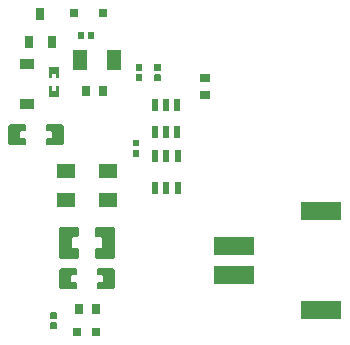
<source format=gbp>
G04*
G04 #@! TF.GenerationSoftware,Altium Limited,Altium Designer,24.2.2 (26)*
G04*
G04 Layer_Color=128*
%FSLAX44Y44*%
%MOMM*%
G71*
G04*
G04 #@! TF.SameCoordinates,FA43C0E3-4D26-4613-8E19-43AB185FC845*
G04*
G04*
G04 #@! TF.FilePolarity,Positive*
G04*
G01*
G75*
%ADD17R,3.5000X1.5000*%
%ADD18R,1.1500X0.9500*%
%ADD19R,1.5000X1.3000*%
%ADD20R,0.8000X0.8000*%
%ADD21R,0.8000X0.9000*%
%ADD22R,0.9000X0.8000*%
%ADD27R,0.6000X1.1000*%
%ADD29R,1.1901X1.7280*%
%ADD30R,0.8000X1.0000*%
%ADD31R,0.8000X0.8000*%
%ADD32R,0.5320X1.0720*%
G36*
X483925Y538240D02*
Y533640D01*
X483525Y533240D01*
X478518D01*
X478118Y533640D01*
Y538240D01*
X478518Y538640D01*
X483525D01*
X483925Y538240D01*
D02*
G37*
G36*
X475418D02*
Y533640D01*
X475018Y533240D01*
X470012D01*
X469612Y533640D01*
Y538240D01*
X470012Y538640D01*
X475018D01*
X475418Y538240D01*
D02*
G37*
G36*
X539910Y511465D02*
Y506458D01*
X539510Y506058D01*
X534910D01*
X534510Y506458D01*
Y511465D01*
X534910Y511865D01*
X539510D01*
X539910Y511465D01*
D02*
G37*
G36*
X524416D02*
Y506458D01*
X524016Y506058D01*
X519416D01*
X519016Y506458D01*
Y511465D01*
X519416Y511865D01*
X524016D01*
X524416Y511465D01*
D02*
G37*
G36*
X454080Y508520D02*
Y500520D01*
X453580Y500020D01*
X451300D01*
Y503720D01*
X448000D01*
Y500020D01*
X445580D01*
X445080Y500520D01*
Y508520D01*
X445580Y509020D01*
X453580D01*
X454080Y508520D01*
D02*
G37*
G36*
X539910Y502958D02*
Y497952D01*
X539510Y497552D01*
X534910D01*
X534510Y497952D01*
Y502958D01*
X534910Y503358D01*
X539510D01*
X539910Y502958D01*
D02*
G37*
G36*
X524416D02*
Y497952D01*
X524016Y497552D01*
X519416D01*
X519016Y497952D01*
Y502958D01*
X519416Y503358D01*
X524016D01*
X524416Y502958D01*
D02*
G37*
G36*
X454080Y492620D02*
Y484620D01*
X453580Y484120D01*
X445580D01*
X445080Y484620D01*
Y492620D01*
X445580Y493120D01*
X447860D01*
Y489420D01*
X451160D01*
Y493120D01*
X453580D01*
X454080Y492620D01*
D02*
G37*
G36*
X457690Y459760D02*
Y444480D01*
X456690Y443480D01*
X443840D01*
X442840Y444480D01*
Y448182D01*
X443840Y449183D01*
X446889D01*
X447889Y450182D01*
Y454058D01*
X446889Y455057D01*
X443840D01*
X442840Y456058D01*
Y459760D01*
X443840Y460760D01*
X456690D01*
X457690Y459760D01*
D02*
G37*
G36*
X425840D02*
Y456058D01*
X424840Y455057D01*
X421791D01*
X420791Y454058D01*
Y450182D01*
X421791Y449183D01*
X424840D01*
X425840Y448182D01*
Y444480D01*
X424840Y443480D01*
X411990D01*
X410990Y444480D01*
Y459760D01*
X411990Y460760D01*
X424840D01*
X425840Y459760D01*
D02*
G37*
G36*
X521622Y447446D02*
Y442440D01*
X521222Y442040D01*
X516622D01*
X516222Y442440D01*
Y447446D01*
X516622Y447846D01*
X521222D01*
X521622Y447446D01*
D02*
G37*
G36*
Y438940D02*
Y433934D01*
X521222Y433534D01*
X516622D01*
X516222Y433934D01*
Y438940D01*
X516622Y439340D01*
X521222D01*
X521622Y438940D01*
D02*
G37*
G36*
X500870Y373180D02*
Y348180D01*
X499870Y347180D01*
X485520D01*
X484520Y348180D01*
Y355090D01*
X485520Y356090D01*
X489079D01*
X490079Y357090D01*
Y364270D01*
X489079Y365270D01*
X485520D01*
X484520Y366270D01*
Y373180D01*
X485520Y374180D01*
X499870D01*
X500870Y373180D01*
D02*
G37*
G36*
X470520D02*
Y366270D01*
X469520Y365270D01*
X465961D01*
X464961Y364270D01*
Y357090D01*
X465961Y356090D01*
X469520D01*
X470520Y355090D01*
Y348180D01*
X469520Y347180D01*
X455170D01*
X454170Y348180D01*
Y373180D01*
X455170Y374180D01*
X469520D01*
X470520Y373180D01*
D02*
G37*
G36*
X500870Y337840D02*
Y322560D01*
X499870Y321560D01*
X487020D01*
X486020Y322560D01*
Y326263D01*
X487020Y327262D01*
X490069D01*
X491069Y328262D01*
Y332137D01*
X490069Y333138D01*
X487020D01*
X486020Y334137D01*
Y337840D01*
X487020Y338840D01*
X499870D01*
X500870Y337840D01*
D02*
G37*
G36*
X469020D02*
Y334137D01*
X468020Y333138D01*
X464971D01*
X463971Y332137D01*
Y328262D01*
X464971Y327262D01*
X468020D01*
X469020Y326263D01*
Y322560D01*
X468020Y321560D01*
X455170D01*
X454170Y322560D01*
Y337840D01*
X455170Y338840D01*
X468020D01*
X469020Y337840D01*
D02*
G37*
G36*
X452026Y301142D02*
Y296136D01*
X451626Y295736D01*
X447026D01*
X446626Y296136D01*
Y301142D01*
X447026Y301542D01*
X451626D01*
X452026Y301142D01*
D02*
G37*
G36*
Y292636D02*
Y287630D01*
X451626Y287229D01*
X447026D01*
X446626Y287630D01*
Y292636D01*
X447026Y293036D01*
X451626D01*
X452026Y292636D01*
D02*
G37*
D17*
X675980Y303195D02*
D03*
X601980Y357995D02*
D03*
Y332994D02*
D03*
X675980Y387794D02*
D03*
D18*
X426720Y478376D02*
D03*
Y512224D02*
D03*
D19*
X460019Y420939D02*
D03*
X495021D02*
D03*
Y396941D02*
D03*
X460019D02*
D03*
D20*
X466740Y554990D02*
D03*
X490840D02*
D03*
D21*
X471139Y304800D02*
D03*
X485140D02*
D03*
X476870Y488950D02*
D03*
X490870D02*
D03*
D22*
X577088Y485760D02*
D03*
Y499760D02*
D03*
D27*
X535330Y434124D02*
D03*
X544830D02*
D03*
X554330D02*
D03*
Y407124D02*
D03*
X544830D02*
D03*
X535330D02*
D03*
D29*
X471960Y515620D02*
D03*
X500860D02*
D03*
D30*
X428650Y530790D02*
D03*
X438149Y553790D02*
D03*
X447650Y530790D02*
D03*
D31*
X485384Y284919D02*
D03*
X469392Y284988D02*
D03*
D32*
X553789Y454319D02*
D03*
X544290D02*
D03*
X534790D02*
D03*
Y477301D02*
D03*
X544290D02*
D03*
X553789D02*
D03*
M02*

</source>
